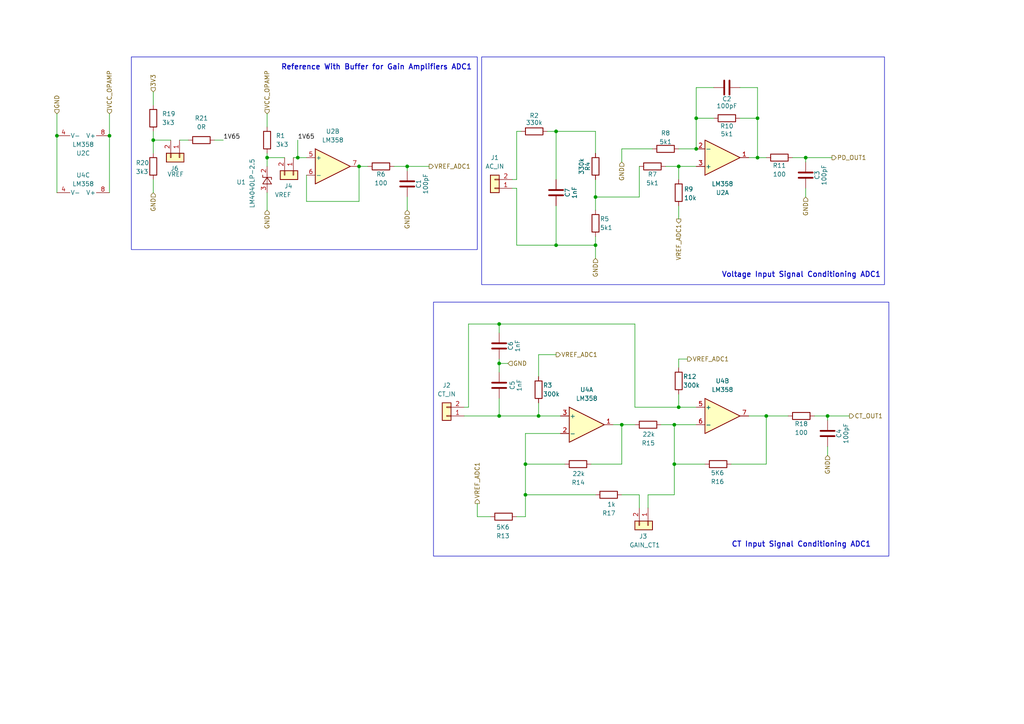
<source format=kicad_sch>
(kicad_sch (version 20231120) (generator "eeschema") (generator_version "8.0")
  (paper "A4")
  (lib_symbols
    (symbol "Amplifier_Operational:LM358" (pin_names (offset 0.127))
      (property "Reference" "U" (at 0 5.08 0))
      (property "Value" "LM358" (at 0 -5.08 0))
      (symbol "LM358_1_1"
        (polyline (pts (xy -5.08 5.08) (xy 5.08 0) (xy -5.08 -5.08) (xy -5.08 5.08)) (stroke (width 0.254)) (fill (type background)))
        (pin output line (at 7.62 0 180) (length 2.54) (name "~") (number "1"))
        (pin input line (at -7.62 -2.54 0) (length 2.54) (name "-") (number "2"))
        (pin input line (at -7.62 2.54 0) (length 2.54) (name "+") (number "3"))
      )
      (symbol "LM358_2_1"
        (polyline (pts (xy -5.08 5.08) (xy 5.08 0) (xy -5.08 -5.08) (xy -5.08 5.08)) (stroke (width 0.254)) (fill (type background)))
        (pin input line (at -7.62 2.54 0) (length 2.54) (name "+") (number "5"))
        (pin input line (at -7.62 -2.54 0) (length 2.54) (name "-") (number "6"))
        (pin output line (at 7.62 0 180) (length 2.54) (name "~") (number "7"))
      )
      (symbol "LM358_3_1"
        (pin power_in line (at -2.54 -7.62 90) (length 3.81) (name "V-") (number "4"))
        (pin power_in line (at -2.54 7.62 270) (length 3.81) (name "V+") (number "8"))
      )
    )
    (symbol "Connector_Generic:Conn_01x02" (pin_names (offset 1.016) hide)
      (property "Reference" "J" (at 0 2.54 0))
      (property "Value" "Conn_01x02" (at 0 -5.08 0))
      (symbol "Conn_01x02_1_1"
        (rectangle (start -1.27 -2.413) (end 0 -2.667) (stroke (width 0.1524)))
        (rectangle (start -1.27 0.127) (end 0 -0.127) (stroke (width 0.1524)))
        (rectangle (start -1.27 1.27) (end 1.27 -3.81) (stroke (width 0.254)) (fill (type background)))
        (pin passive line (at -5.08 0 0) (length 3.81) (name "Pin_1") (number "1"))
        (pin passive line (at -5.08 -2.54 0) (length 3.81) (name "Pin_2") (number "2"))
      )
    )
    (symbol "Device:C" (pin_numbers hide) (pin_names (offset 0.254))
      (property "Reference" "C" (at 0.635 2.54 0))
      (property "Value" "C" (at 0.635 -2.54 0))
      (symbol "C_0_1"
        (polyline (pts (xy -2.032 -0.762) (xy 2.032 -0.762)) (stroke (width 0.508)))
        (polyline (pts (xy -2.032 0.762) (xy 2.032 0.762)) (stroke (width 0.508)))
      )
      (symbol "C_1_1"
        (pin passive line (at 0 3.81 270) (length 2.794) (name "~") (number "1"))
        (pin passive line (at 0 -3.81 90) (length 2.794) (name "~") (number "2"))
      )
    )
    (symbol "Device:R" (pin_numbers hide) (pin_names (offset 0))
      (property "Reference" "R" (at 2.032 0 90))
      (property "Value" "R" (at 0 0 90))
      (symbol "R_0_1"
        (rectangle (start -1.016 -2.54) (end 1.016 2.54) (stroke (width 0.254)))
      )
      (symbol "R_1_1"
        (pin passive line (at 0 3.81 270) (length 1.27) (name "~") (number "1"))
        (pin passive line (at 0 -3.81 90) (length 1.27) (name "~") (number "2"))
      )
    )
    (symbol "Reference_Voltage:LM4040LP-2.5" (pin_names (offset 0.0254) hide)
      (property "Reference" "U" (at 0 2.54 0))
      (property "Value" "LM4040LP-2.5" (at 0 -3.175 0))
      (symbol "LM4040LP-2.5_0_1"
        (polyline (pts (xy -1.27 0) (xy 0 0) (xy 1.27 0)))
        (polyline (pts (xy -1.27 -1.27) (xy 0.635 0) (xy -1.27 1.27) (xy -1.27 -1.27)) (stroke (width 0.2032)))
        (polyline (pts (xy 0 -1.27) (xy 0.635 -1.27) (xy 0.635 1.27) (xy 1.27 1.27)) (stroke (width 0.2032)))
      )
      (symbol "LM4040LP-2.5_1_1"
        (pin no_connect line (at -1.27 0 0) (length 2.54) hide (name "NC") (number "1"))
        (pin passive line (at 3.81 0 180) (length 2.54) (name "K") (number "2"))
        (pin passive line (at -3.81 0 0) (length 2.54) (name "A") (number "3"))
      )
    )
  )
  (junction (at 144.78 93.98))
  (junction (at 161.29 71.12))
  (junction (at 152.4 143.51))
  (junction (at 240.03 120.65))
  (junction (at 86.36 45.72))
  (junction (at 195.58 123.19))
  (junction (at 196.85 118.11))
  (junction (at 222.25 120.65))
  (junction (at 195.58 134.62))
  (junction (at 144.78 120.65))
  (junction (at 152.4 134.62))
  (junction (at 144.78 105.41))
  (junction (at 219.71 34.29))
  (junction (at 31.75 39.37))
  (junction (at 219.71 45.72))
  (junction (at 172.72 57.15))
  (junction (at 172.72 71.12))
  (junction (at 44.45 40.64))
  (junction (at 118.11 48.26))
  (junction (at 233.68 45.72))
  (junction (at 180.34 123.19))
  (junction (at 196.85 48.26))
  (junction (at 77.47 45.72))
  (junction (at 104.14 48.26))
  (junction (at 156.21 120.65))
  (junction (at 201.93 34.29))
  (junction (at 161.29 38.1))
  (junction (at 201.93 43.18))
  (junction (at 16.51 39.37))
  (wire (pts (xy 149.86 54.61) (xy 149.86 71.12)))
  (wire (pts (xy 219.71 45.72) (xy 217.17 45.72)))
  (wire (pts (xy 134.62 118.11) (xy 135.89 118.11)))
  (wire (pts (xy 240.03 120.65) (xy 240.03 121.92)))
  (wire (pts (xy 147.32 105.41) (xy 144.78 105.41)))
  (wire (pts (xy 219.71 34.29) (xy 219.71 45.72)))
  (wire (pts (xy 207.01 25.4) (xy 201.93 25.4)))
  (wire (pts (xy 201.93 118.11) (xy 196.85 118.11)))
  (wire (pts (xy 144.78 120.65) (xy 156.21 120.65)))
  (wire (pts (xy 118.11 48.26) (xy 114.3 48.26)))
  (wire (pts (xy 214.63 34.29) (xy 219.71 34.29)))
  (wire (pts (xy 52.07 40.64) (xy 54.61 40.64)))
  (wire (pts (xy 180.34 123.19) (xy 184.15 123.19)))
  (wire (pts (xy 204.47 134.62) (xy 195.58 134.62)))
  (wire (pts (xy 144.78 93.98) (xy 135.89 93.98)))
  (wire (pts (xy 171.45 134.62) (xy 180.34 134.62)))
  (wire (pts (xy 184.15 93.98) (xy 184.15 118.11)))
  (wire (pts (xy 138.43 146.05) (xy 138.43 149.86)))
  (wire (pts (xy 44.45 40.64) (xy 44.45 44.45)))
  (wire (pts (xy 161.29 59.69) (xy 161.29 71.12)))
  (wire (pts (xy 233.68 46.99) (xy 233.68 45.72)))
  (wire (pts (xy 185.42 48.26) (xy 185.42 57.15)))
  (wire (pts (xy 201.93 34.29) (xy 201.93 43.18)))
  (wire (pts (xy 44.45 38.1) (xy 44.45 40.64)))
  (wire (pts (xy 149.86 71.12) (xy 161.29 71.12)))
  (wire (pts (xy 201.93 25.4) (xy 201.93 34.29)))
  (wire (pts (xy 152.4 134.62) (xy 152.4 143.51)))
  (wire (pts (xy 44.45 52.07) (xy 44.45 55.88)))
  (wire (pts (xy 104.14 48.26) (xy 106.68 48.26)))
  (wire (pts (xy 158.75 38.1) (xy 161.29 38.1)))
  (wire (pts (xy 152.4 125.73) (xy 152.4 134.62)))
  (wire (pts (xy 196.85 48.26) (xy 196.85 52.07)))
  (wire (pts (xy 118.11 57.15) (xy 118.11 60.96)))
  (wire (pts (xy 156.21 102.87) (xy 161.29 102.87)))
  (wire (pts (xy 156.21 120.65) (xy 156.21 116.84)))
  (wire (pts (xy 184.15 93.98) (xy 144.78 93.98)))
  (wire (pts (xy 85.09 45.72) (xy 86.36 45.72)))
  (wire (pts (xy 152.4 143.51) (xy 152.4 149.86)))
  (wire (pts (xy 86.36 40.64) (xy 86.36 45.72)))
  (wire (pts (xy 144.78 105.41) (xy 144.78 107.95)))
  (wire (pts (xy 118.11 49.53) (xy 118.11 48.26)))
  (wire (pts (xy 233.68 45.72) (xy 229.87 45.72)))
  (wire (pts (xy 134.62 120.65) (xy 144.78 120.65)))
  (wire (pts (xy 240.03 120.65) (xy 246.38 120.65)))
  (wire (pts (xy 195.58 123.19) (xy 201.93 123.19)))
  (wire (pts (xy 196.85 59.69) (xy 196.85 63.5)))
  (wire (pts (xy 172.72 57.15) (xy 185.42 57.15)))
  (wire (pts (xy 161.29 38.1) (xy 172.72 38.1)))
  (wire (pts (xy 196.85 104.14) (xy 196.85 106.68)))
  (wire (pts (xy 185.42 143.51) (xy 180.34 143.51)))
  (wire (pts (xy 161.29 38.1) (xy 161.29 52.07)))
  (wire (pts (xy 135.89 93.98) (xy 135.89 118.11)))
  (wire (pts (xy 104.14 58.42) (xy 104.14 48.26)))
  (wire (pts (xy 77.47 33.02) (xy 77.47 36.83)))
  (wire (pts (xy 172.72 68.58) (xy 172.72 71.12)))
  (wire (pts (xy 222.25 120.65) (xy 217.17 120.65)))
  (wire (pts (xy 180.34 123.19) (xy 177.8 123.19)))
  (wire (pts (xy 172.72 71.12) (xy 172.72 74.93)))
  (wire (pts (xy 180.34 134.62) (xy 180.34 123.19)))
  (wire (pts (xy 219.71 25.4) (xy 219.71 34.29)))
  (wire (pts (xy 196.85 114.3) (xy 196.85 118.11)))
  (wire (pts (xy 162.56 120.65) (xy 156.21 120.65)))
  (wire (pts (xy 180.34 43.18) (xy 189.23 43.18)))
  (wire (pts (xy 62.23 40.64) (xy 64.77 40.64)))
  (wire (pts (xy 195.58 134.62) (xy 195.58 123.19)))
  (wire (pts (xy 16.51 33.02) (xy 16.51 39.37)))
  (wire (pts (xy 152.4 143.51) (xy 172.72 143.51)))
  (wire (pts (xy 88.9 50.8) (xy 88.9 58.42)))
  (wire (pts (xy 196.85 48.26) (xy 201.93 48.26)))
  (wire (pts (xy 201.93 43.18) (xy 196.85 43.18)))
  (wire (pts (xy 233.68 54.61) (xy 233.68 57.15)))
  (wire (pts (xy 31.75 39.37) (xy 31.75 55.88)))
  (wire (pts (xy 118.11 48.26) (xy 124.46 48.26)))
  (wire (pts (xy 222.25 134.62) (xy 222.25 120.65)))
  (wire (pts (xy 236.22 120.65) (xy 240.03 120.65)))
  (wire (pts (xy 172.72 52.07) (xy 172.72 57.15)))
  (wire (pts (xy 162.56 125.73) (xy 152.4 125.73)))
  (wire (pts (xy 172.72 38.1) (xy 172.72 44.45)))
  (wire (pts (xy 161.29 71.12) (xy 172.72 71.12)))
  (wire (pts (xy 219.71 45.72) (xy 222.25 45.72)))
  (wire (pts (xy 185.42 147.32) (xy 185.42 143.51)))
  (wire (pts (xy 142.24 149.86) (xy 138.43 149.86)))
  (wire (pts (xy 144.78 93.98) (xy 144.78 96.52)))
  (wire (pts (xy 16.51 39.37) (xy 16.51 55.88)))
  (wire (pts (xy 191.77 123.19) (xy 195.58 123.19)))
  (wire (pts (xy 44.45 26.67) (xy 44.45 30.48)))
  (wire (pts (xy 214.63 25.4) (xy 219.71 25.4)))
  (wire (pts (xy 212.09 134.62) (xy 222.25 134.62)))
  (wire (pts (xy 144.78 115.57) (xy 144.78 120.65)))
  (wire (pts (xy 149.86 38.1) (xy 149.86 52.07)))
  (wire (pts (xy 195.58 143.51) (xy 195.58 134.62)))
  (wire (pts (xy 31.75 33.02) (xy 31.75 39.37)))
  (wire (pts (xy 77.47 55.88) (xy 77.47 60.96)))
  (wire (pts (xy 187.96 143.51) (xy 195.58 143.51)))
  (wire (pts (xy 184.15 118.11) (xy 196.85 118.11)))
  (wire (pts (xy 172.72 60.96) (xy 172.72 57.15)))
  (wire (pts (xy 77.47 44.45) (xy 77.47 45.72)))
  (wire (pts (xy 88.9 58.42) (xy 104.14 58.42)))
  (wire (pts (xy 149.86 52.07) (xy 148.59 52.07)))
  (wire (pts (xy 187.96 147.32) (xy 187.96 143.51)))
  (wire (pts (xy 86.36 45.72) (xy 88.9 45.72)))
  (wire (pts (xy 233.68 45.72) (xy 241.3 45.72)))
  (wire (pts (xy 49.53 40.64) (xy 44.45 40.64)))
  (wire (pts (xy 148.59 54.61) (xy 149.86 54.61)))
  (wire (pts (xy 222.25 120.65) (xy 228.6 120.65)))
  (wire (pts (xy 144.78 105.41) (xy 144.78 104.14)))
  (wire (pts (xy 152.4 134.62) (xy 163.83 134.62)))
  (wire (pts (xy 156.21 102.87) (xy 156.21 109.22)))
  (wire (pts (xy 207.01 34.29) (xy 201.93 34.29)))
  (wire (pts (xy 152.4 149.86) (xy 149.86 149.86)))
  (wire (pts (xy 240.03 129.54) (xy 240.03 132.08)))
  (wire (pts (xy 149.86 38.1) (xy 151.13 38.1)))
  (wire (pts (xy 193.04 48.26) (xy 196.85 48.26)))
  (wire (pts (xy 82.55 45.72) (xy 77.47 45.72)))
  (wire (pts (xy 180.34 43.18) (xy 180.34 46.99)))
  (wire (pts (xy 77.47 45.72) (xy 77.47 48.26)))
  (wire (pts (xy 196.85 104.14) (xy 199.39 104.14)))
  (rectangle (start 139.7 16.51) (end 256.54 82.55))
  (rectangle (start 125.73 87.63) (end 257.81 161.29))
  (rectangle (start 38.1 16.51) (end 138.43 72.39))
  (text "CT Input Signal Conditioning ADC1" (at 232.41 157.988 0) (effects (font (size 1.524 1.524) (thickness 0.254) (bold yes))))
  (text "Reference With Buffer for Gain Amplifiers ADC1" (at 109.22 19.558 0) (effects (font (size 1.524 1.524) (thickness 0.254) (bold yes))))
  (text "Voltage Input Signal Conditioning ADC1" (at 232.41 79.756 0) (effects (font (size 1.524 1.524) (thickness 0.254) (bold yes))))
  (label "1V65" (at 64.77 40.64 0))
  (label "1V65" (at 86.36 40.64 0))
  (hierarchical_label "GND" (shape input) (at 118.11 60.96 270))
  (hierarchical_label "GND" (shape input) (at 77.47 60.96 270))
  (hierarchical_label "VREF_ADC1" (shape output) (at 124.46 48.26 0))
  (hierarchical_label "CT_OUT1" (shape output) (at 246.38 120.65 0))
  (hierarchical_label "GND" (shape input) (at 233.68 57.15 270))
  (hierarchical_label "PD_OUT1" (shape output) (at 241.3 45.72 0))
  (hierarchical_label "GND" (shape input) (at 147.32 105.41 0))
  (hierarchical_label "GND" (shape input) (at 172.72 74.93 270))
  (hierarchical_label "VREF_ADC1" (shape output) (at 138.43 146.05 90))
  (hierarchical_label "VREF_ADC1" (shape output) (at 199.39 104.14 0))
  (hierarchical_label "GND" (shape input) (at 44.45 55.88 270))
  (hierarchical_label "VCC_OPAMP" (shape input) (at 77.47 33.02 90))
  (hierarchical_label "GND" (shape input) (at 180.34 46.99 270))
  (hierarchical_label "GND" (shape input) (at 16.51 33.02 90))
  (hierarchical_label "VREF_ADC1" (shape output) (at 196.85 63.5 270))
  (hierarchical_label "VREF_ADC1" (shape output) (at 161.29 102.87 0))
  (hierarchical_label "GND" (shape input) (at 240.03 132.08 270))
  (hierarchical_label "3V3" (shape input) (at 44.45 26.67 90))
  (hierarchical_label "VCC_OPAMP" (shape input) (at 31.75 33.02 90))
  (symbol (lib_id "Reference_Voltage:LM4040LP-2.5") (at 77.47 52.07 90) (unit 1)
    (property "Reference" "U1" (at 68.58 52.832 90) (effects (justify right)))
    (property "Value" "LM4040LP-2.5" (at 73.152 45.974 0) (effects (justify right)))
    (property "Footprint" "Package_TO_SOT_THT:TO-92L_Inline_Wide" (effects (hide yes)))
    (property "Datasheet" "http://www.ti.com/lit/ds/symlink/lm4040-n.pdf" (effects (hide yes)))
    (property "Description" "2.500V Precision Micropower Shunt Voltage Reference, TO-92" (effects (hide yes)))
  )
  (symbol (lib_id "Device:R") (at 44.45 48.26 0) (unit 1)
    (property "Reference" "R20" (at 39.37 47.244 0) (effects (justify left)))
    (property "Value" "3k3" (at 39.37 49.784 0) (effects (justify left)))
    (property "Footprint" "Resistor_THT:R_Axial_DIN0207_L6.3mm_D2.5mm_P10.16mm_Horizontal" (effects (hide yes)))
    (property "Description" "Resistor" (effects (hide yes)))
  )
  (symbol (lib_id "Device:R") (at 210.82 34.29 90) (unit 1)
    (property "Reference" "R10" (at 210.82 36.576 90))
    (property "Value" "5k1" (at 210.82 38.862 90))
    (property "Footprint" "Resistor_THT:R_Axial_DIN0207_L6.3mm_D2.5mm_P10.16mm_Horizontal" (effects (hide yes)))
    (property "Description" "Resistor" (effects (hide yes)))
  )
  (symbol (lib_id "Connector_Generic:Conn_01x02") (at 187.96 152.4 270) (unit 1)
    (property "Reference" "J3" (at 185.3391 155.5597 90) (effects (justify left)))
    (property "Value" "GAIN_CT1" (at 182.5451 158.0997 90) (effects (justify left)))
    (property "Footprint" "Connector_PinHeader_2.54mm:PinHeader_1x02_P2.54mm_Vertical" (effects (hide yes)))
    (property "Description" "Generic connector, single row, 01x02, script generated (kicad-library-utils/schlib/autogen/connector/)" (effects (hide yes)))
  )
  (symbol (lib_id "Device:R") (at 154.94 38.1 90) (unit 1)
    (property "Reference" "R2" (at 154.94 33.528 90))
    (property "Value" "330k" (at 154.94 35.56 90))
    (property "Footprint" "Resistor_THT:R_Axial_DIN0207_L6.3mm_D2.5mm_P10.16mm_Horizontal" (effects (hide yes)))
    (property "Description" "Resistor" (effects (hide yes)))
  )
  (symbol (lib_id "Amplifier_Operational:LM358") (at 209.55 45.72 0) (mirror x) (unit 1)
    (property "Reference" "U2" (at 209.55 55.88 0))
    (property "Value" "LM358" (at 209.55 53.34 0))
    (property "Footprint" "Package_DIP:DIP-8_W7.62mm_LongPads" (effects (hide yes)))
    (property "Datasheet" "http://www.ti.com/lit/ds/symlink/lm2904-n.pdf" (effects (hide yes)))
    (property "Description" "Low-Power, Dual Operational Amplifiers, DIP-8/SOIC-8/TO-99-8" (effects (hide yes)))
  )
  (symbol (lib_id "Device:C") (at 144.78 111.76 0) (unit 1)
    (property "Reference" "C5" (at 148.59 111.76 90))
    (property "Value" "1nF" (at 150.622 111.76 90))
    (property "Footprint" "Capacitor_THT:C_Disc_D4.3mm_W1.9mm_P5.00mm" (effects (hide yes)))
    (property "Description" "Unpolarized capacitor" (effects (hide yes)))
  )
  (symbol (lib_id "Device:R") (at 176.53 143.51 90) (unit 1)
    (property "Reference" "R17" (at 178.562 148.844 90) (effects (justify left)))
    (property "Value" "1k" (at 178.562 146.304 90) (effects (justify left)))
    (property "Footprint" "Resistor_THT:R_Axial_DIN0207_L6.3mm_D2.5mm_P10.16mm_Horizontal" (effects (hide yes)))
    (property "Description" "Resistor" (effects (hide yes)))
  )
  (symbol (lib_id "Device:C") (at 144.78 100.33 180) (unit 1)
    (property "Reference" "C6" (at 148.082 100.33 90))
    (property "Value" "1nF" (at 150.114 100.33 90))
    (property "Footprint" "Capacitor_THT:C_Disc_D4.3mm_W1.9mm_P5.00mm" (effects (hide yes)))
    (property "Description" "Unpolarized capacitor" (effects (hide yes)))
  )
  (symbol (lib_id "Device:R") (at 208.28 134.62 90) (unit 1)
    (property "Reference" "R16" (at 210.058 139.7 90) (effects (justify left)))
    (property "Value" "5K6" (at 210.058 137.16 90) (effects (justify left)))
    (property "Footprint" "Resistor_THT:R_Axial_DIN0207_L6.3mm_D2.5mm_P10.16mm_Horizontal" (effects (hide yes)))
    (property "Description" "Resistor" (effects (hide yes)))
  )
  (symbol (lib_id "Device:C") (at 161.29 55.88 180) (unit 1)
    (property "Reference" "C7" (at 164.592 55.88 90))
    (property "Value" "1nF" (at 166.624 55.88 90))
    (property "Footprint" "Capacitor_THT:C_Disc_D4.3mm_W1.9mm_P5.00mm" (effects (hide yes)))
    (property "Description" "Unpolarized capacitor" (effects (hide yes)))
  )
  (symbol (lib_id "Device:R") (at 146.05 149.86 90) (unit 1)
    (property "Reference" "R13" (at 147.828 155.448 90) (effects (justify left)))
    (property "Value" "5K6" (at 147.828 152.908 90) (effects (justify left)))
    (property "Footprint" "Resistor_THT:R_Axial_DIN0207_L6.3mm_D2.5mm_P10.16mm_Horizontal" (effects (hide yes)))
    (property "Description" "Resistor" (effects (hide yes)))
  )
  (symbol (lib_id "Device:R") (at 110.49 48.26 90) (unit 1)
    (property "Reference" "R6" (at 110.49 50.546 90))
    (property "Value" "100" (at 110.49 53.086 90))
    (property "Footprint" "Resistor_THT:R_Axial_DIN0207_L6.3mm_D2.5mm_P10.16mm_Horizontal" (effects (hide yes)))
    (property "Description" "Resistor" (effects (hide yes)))
  )
  (symbol (lib_id "Amplifier_Operational:LM358") (at 209.55 120.65 0) (unit 2)
    (property "Reference" "U4" (at 209.55 110.49 0))
    (property "Value" "LM358" (at 209.55 113.03 0))
    (property "Footprint" "Package_DIP:DIP-8_W7.62mm_LongPads" (effects (hide yes)))
    (property "Datasheet" "http://www.ti.com/lit/ds/symlink/lm2904-n.pdf" (effects (hide yes)))
    (property "Description" "Low-Power, Dual Operational Amplifiers, DIP-8/SOIC-8/TO-99-8" (effects (hide yes)))
  )
  (symbol (lib_id "Device:R") (at 167.64 134.62 90) (unit 1)
    (property "Reference" "R14" (at 169.672 139.954 90) (effects (justify left)))
    (property "Value" "22k" (at 169.672 137.414 90) (effects (justify left)))
    (property "Footprint" "Resistor_THT:R_Axial_DIN0207_L6.3mm_D2.5mm_P10.16mm_Horizontal" (effects (hide yes)))
    (property "Description" "Resistor" (effects (hide yes)))
  )
  (symbol (lib_id "Device:C") (at 118.11 53.34 180) (unit 1)
    (property "Reference" "C1" (at 121.412 53.34 90))
    (property "Value" "100pF" (at 123.444 53.34 90))
    (property "Footprint" "Capacitor_THT:C_Disc_D4.3mm_W1.9mm_P5.00mm" (effects (hide yes)))
    (property "Description" "Unpolarized capacitor" (effects (hide yes)))
  )
  (symbol (lib_id "Device:R") (at 156.21 113.03 0) (unit 1)
    (property "Reference" "R3" (at 157.48 111.76 0) (effects (justify left)))
    (property "Value" "300k" (at 157.48 114.3 0) (effects (justify left)))
    (property "Footprint" "Resistor_THT:R_Axial_DIN0207_L6.3mm_D2.5mm_P10.16mm_Horizontal" (effects (hide yes)))
    (property "Description" "Resistor" (effects (hide yes)))
  )
  (symbol (lib_id "Device:R") (at 172.72 48.26 0) (unit 1)
    (property "Reference" "R4" (at 170.434 48.26 90))
    (property "Value" "330k" (at 168.656 48.26 90))
    (property "Footprint" "Resistor_THT:R_Axial_DIN0207_L6.3mm_D2.5mm_P10.16mm_Horizontal" (effects (hide yes)))
    (property "Description" "Resistor" (effects (hide yes)))
  )
  (symbol (lib_id "Amplifier_Operational:LM358") (at 170.18 123.19 0) (unit 1)
    (property "Reference" "U4" (at 170.18 113.03 0))
    (property "Value" "LM358" (at 170.18 115.57 0))
    (property "Footprint" "Package_DIP:DIP-8_W7.62mm_LongPads" (effects (hide yes)))
    (property "Datasheet" "http://www.ti.com/lit/ds/symlink/lm2904-n.pdf" (effects (hide yes)))
    (property "Description" "Low-Power, Dual Operational Amplifiers, DIP-8/SOIC-8/TO-99-8" (effects (hide yes)))
  )
  (symbol (lib_id "Amplifier_Operational:LM358") (at 24.13 58.42 270) (unit 3)
    (property "Reference" "U4" (at 24.13 50.8 90))
    (property "Value" "LM358" (at 24.13 53.34 90))
    (property "Footprint" "Package_DIP:DIP-8_W7.62mm_LongPads" (effects (hide yes)))
    (property "Datasheet" "http://www.ti.com/lit/ds/symlink/lm2904-n.pdf" (effects (hide yes)))
    (property "Description" "Low-Power, Dual Operational Amplifiers, DIP-8/SOIC-8/TO-99-8" (effects (hide yes)))
  )
  (symbol (lib_id "Device:R") (at 58.42 40.64 270) (unit 1)
    (property "Reference" "R21" (at 58.42 34.29 90))
    (property "Value" "0R" (at 58.42 36.83 90))
    (property "Footprint" "Resistor_THT:R_Axial_DIN0207_L6.3mm_D2.5mm_P10.16mm_Horizontal" (effects (hide yes)))
    (property "Description" "Resistor" (effects (hide yes)))
  )
  (symbol (lib_id "Connector_Generic:Conn_01x02") (at 143.51 54.61 180) (unit 1)
    (property "Reference" "J1" (at 143.51 45.72 0))
    (property "Value" "AC_IN" (at 143.51 48.26 0))
    (property "Footprint" "TerminalBlock:TerminalBlock_Altech_AK300-2_P5.00mm" (effects (hide yes)))
    (property "Description" "Generic connector, single row, 01x02, script generated (kicad-library-utils/schlib/autogen/connector/)" (effects (hide yes)))
  )
  (symbol (lib_id "Device:R") (at 196.85 110.49 0) (unit 1)
    (property "Reference" "R12" (at 198.12 109.22 0) (effects (justify left)))
    (property "Value" "300k" (at 198.12 111.76 0) (effects (justify left)))
    (property "Footprint" "Resistor_THT:R_Axial_DIN0207_L6.3mm_D2.5mm_P10.16mm_Horizontal" (effects (hide yes)))
    (property "Description" "Resistor" (effects (hide yes)))
  )
  (symbol (lib_id "Device:R") (at 44.45 34.29 180) (unit 1)
    (property "Reference" "R19" (at 46.99 33.0199 0) (effects (justify right)))
    (property "Value" "3k3" (at 46.99 35.5599 0) (effects (justify right)))
    (property "Footprint" "Resistor_THT:R_Axial_DIN0207_L6.3mm_D2.5mm_P10.16mm_Horizontal" (effects (hide yes)))
    (property "Description" "Resistor" (effects (hide yes)))
  )
  (symbol (lib_id "Device:R") (at 226.06 45.72 90) (unit 1)
    (property "Reference" "R11" (at 226.06 48.006 90))
    (property "Value" "100" (at 226.06 50.546 90))
    (property "Footprint" "Resistor_THT:R_Axial_DIN0207_L6.3mm_D2.5mm_P10.16mm_Horizontal" (effects (hide yes)))
    (property "Description" "Resistor" (effects (hide yes)))
  )
  (symbol (lib_id "Device:R") (at 77.47 40.64 0) (unit 1)
    (property "Reference" "R1" (at 80.01 39.3699 0) (effects (justify left)))
    (property "Value" "3k3" (at 80.01 41.9099 0) (effects (justify left)))
    (property "Footprint" "Resistor_THT:R_Axial_DIN0207_L6.3mm_D2.5mm_P10.16mm_Horizontal" (effects (hide yes)))
    (property "Description" "Resistor" (effects (hide yes)))
  )
  (symbol (lib_id "Device:C") (at 233.68 50.8 180) (unit 1)
    (property "Reference" "C3" (at 236.982 50.8 90))
    (property "Value" "100pF" (at 239.014 50.8 90))
    (property "Footprint" "Capacitor_THT:C_Disc_D4.3mm_W1.9mm_P5.00mm" (effects (hide yes)))
    (property "Description" "Unpolarized capacitor" (effects (hide yes)))
  )
  (symbol (lib_id "Device:R") (at 187.96 123.19 90) (unit 1)
    (property "Reference" "R15" (at 189.992 128.524 90) (effects (justify left)))
    (property "Value" "22k" (at 189.992 125.984 90) (effects (justify left)))
    (property "Footprint" "Resistor_THT:R_Axial_DIN0207_L6.3mm_D2.5mm_P10.16mm_Horizontal" (effects (hide yes)))
    (property "Description" "Resistor" (effects (hide yes)))
  )
  (symbol (lib_id "Device:C") (at 210.82 25.4 90) (unit 1)
    (property "Reference" "C2" (at 210.82 28.702 90))
    (property "Value" "100pF" (at 210.82 30.734 90))
    (property "Footprint" "Capacitor_THT:C_Disc_D4.3mm_W1.9mm_P5.00mm" (effects (hide yes)))
    (property "Description" "Unpolarized capacitor" (effects (hide yes)))
  )
  (symbol (lib_id "Device:R") (at 189.23 48.26 90) (unit 1)
    (property "Reference" "R7" (at 189.23 50.546 90))
    (property "Value" "5k1" (at 189.23 53.086 90))
    (property "Footprint" "Resistor_THT:R_Axial_DIN0207_L6.3mm_D2.5mm_P10.16mm_Horizontal" (effects (hide yes)))
    (property "Description" "Resistor" (effects (hide yes)))
  )
  (symbol (lib_id "Amplifier_Operational:LM358") (at 24.13 41.91 270) (unit 3)
    (property "Reference" "U2" (at 24.13 44.45 90))
    (property "Value" "LM358" (at 24.13 41.91 90))
    (property "Footprint" "Package_DIP:DIP-8_W7.62mm_LongPads" (effects (hide yes)))
    (property "Datasheet" "http://www.ti.com/lit/ds/symlink/lm2904-n.pdf" (effects (hide yes)))
    (property "Description" "Low-Power, Dual Operational Amplifiers, DIP-8/SOIC-8/TO-99-8" (effects (hide yes)))
  )
  (symbol (lib_id "Connector_Generic:Conn_01x02") (at 85.09 50.8 270) (unit 1)
    (property "Reference" "J4" (at 82.4691 53.9597 90) (effects (justify left)))
    (property "Value" "VREF" (at 79.6751 56.4997 90) (effects (justify left)))
    (property "Footprint" "Connector_PinHeader_2.54mm:PinHeader_1x02_P2.54mm_Vertical" (effects (hide yes)))
    (property "Description" "Generic connector, single row, 01x02, script generated (kicad-library-utils/schlib/autogen/connector/)" (effects (hide yes)))
  )
  (symbol (lib_id "Connector_Generic:Conn_01x02") (at 129.54 120.65 180) (unit 1)
    (property "Reference" "J2" (at 129.54 111.76 0))
    (property "Value" "CT_IN" (at 129.54 114.3 0))
    (property "Footprint" "TerminalBlock:TerminalBlock_Altech_AK300-2_P5.00mm" (effects (hide yes)))
    (property "Description" "Generic connector, single row, 01x02, script generated (kicad-library-utils/schlib/autogen/connector/)" (effects (hide yes)))
  )
  (symbol (lib_id "Connector_Generic:Conn_01x02") (at 52.07 45.72 270) (unit 1)
    (property "Reference" "J6" (at 49.4491 48.8797 90) (effects (justify left)))
    (property "Value" "VREF" (at 48.514 50.546 90) (effects (justify left)))
    (property "Footprint" "Connector_PinHeader_2.54mm:PinHeader_1x02_P2.54mm_Vertical" (effects (hide yes)))
    (property "Description" "Generic connector, single row, 01x02, script generated (kicad-library-utils/schlib/autogen/connector/)" (effects (hide yes)))
  )
  (symbol (lib_id "Device:R") (at 193.04 43.18 90) (unit 1)
    (property "Reference" "R8" (at 193.04 38.608 90))
    (property "Value" "5k1" (at 193.04 41.148 90))
    (property "Footprint" "Resistor_THT:R_Axial_DIN0207_L6.3mm_D2.5mm_P10.16mm_Horizontal" (effects (hide yes)))
    (property "Description" "Resistor" (effects (hide yes)))
  )
  (symbol (lib_id "Amplifier_Operational:LM358") (at 96.52 48.26 0) (unit 2)
    (property "Reference" "U2" (at 96.52 38.1 0))
    (property "Value" "LM358" (at 96.52 40.64 0))
    (property "Footprint" "Package_DIP:DIP-8_W7.62mm_LongPads" (effects (hide yes)))
    (property "Datasheet" "http://www.ti.com/lit/ds/symlink/lm2904-n.pdf" (effects (hide yes)))
    (property "Description" "Low-Power, Dual Operational Amplifiers, DIP-8/SOIC-8/TO-99-8" (effects (hide yes)))
  )
  (symbol (lib_id "Device:R") (at 232.41 120.65 90) (unit 1)
    (property "Reference" "R18" (at 232.41 122.936 90))
    (property "Value" "100" (at 232.41 125.476 90))
    (property "Footprint" "Resistor_THT:R_Axial_DIN0207_L6.3mm_D2.5mm_P10.16mm_Horizontal" (effects (hide yes)))
    (property "Description" "Resistor" (effects (hide yes)))
  )
  (symbol (lib_id "Device:R") (at 196.85 55.88 0) (unit 1)
    (property "Reference" "R9" (at 198.374 54.864 0) (effects (justify left)))
    (property "Value" "10k" (at 198.374 57.404 0) (effects (justify left)))
    (property "Footprint" "Resistor_THT:R_Axial_DIN0207_L6.3mm_D2.5mm_P10.16mm_Horizontal" (effects (hide yes)))
    (property "Description" "Resistor" (effects (hide yes)))
  )
  (symbol (lib_id "Device:C") (at 240.03 125.73 180) (unit 1)
    (property "Reference" "C4" (at 243.332 125.73 90))
    (property "Value" "100pF" (at 245.364 125.73 90))
    (property "Footprint" "Capacitor_THT:C_Disc_D4.3mm_W1.9mm_P5.00mm" (effects (hide yes)))
    (property "Description" "Unpolarized capacitor" (effects (hide yes)))
  )
  (symbol (lib_id "Device:R") (at 172.72 64.77 0) (unit 1)
    (property "Reference" "R5" (at 173.99 63.5 0) (effects (justify left)))
    (property "Value" "5k1" (at 173.99 66.04 0) (effects (justify left)))
    (property "Footprint" "Resistor_THT:R_Axial_DIN0207_L6.3mm_D2.5mm_P10.16mm_Horizontal" (effects (hide yes)))
    (property "Description" "Resistor" (effects (hide yes)))
  )
)
</source>
